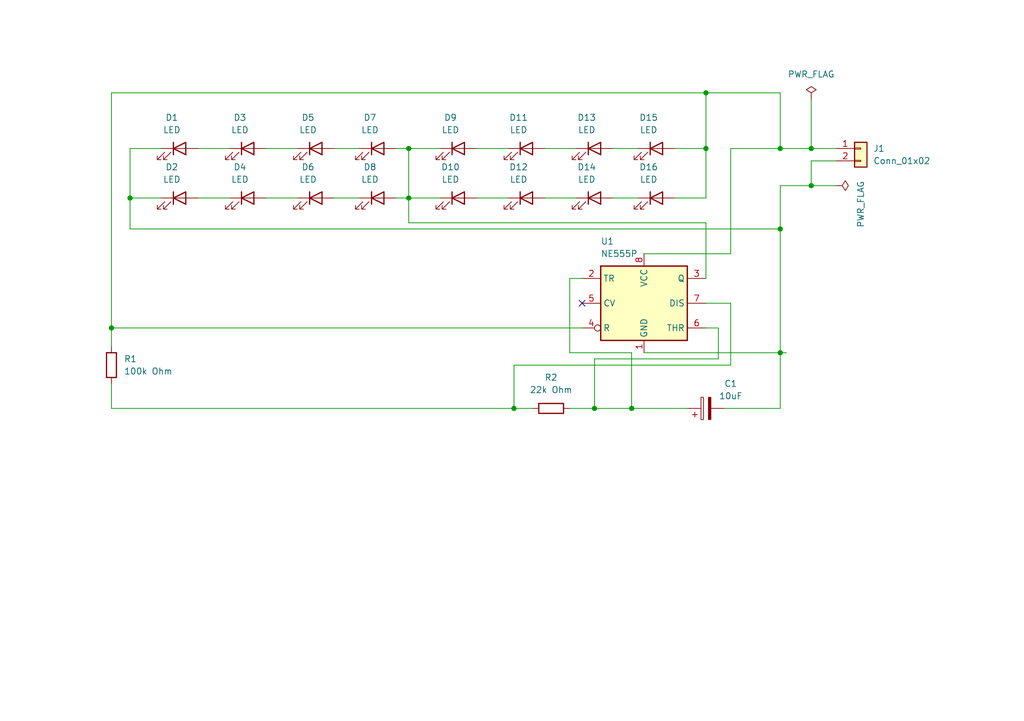
<source format=kicad_sch>
(kicad_sch (version 20230121) (generator eeschema)
  (paper "A5")
  (title_block (title "LED_Matrix") (date "2023-08-05") (rev "0.1.0") (company "DOSTI. Resource Center") (comment 2 "Esmaganbet D.A.") (comment 3 "Molganov A.A") (comment 4 "Molganov A.A"))
  (lib_symbols
    (symbol "Connector_Generic:Conn_01x02" (pin_names (offset 1.016) hide)
      (property "Reference" "J" (at 0 2.54 0))
      (property "Value" "Conn_01x02" (at 0 -5.08 0))
      (symbol "Conn_01x02_1_1"
        (rectangle (start -1.27 -2.413) (end 0 -2.667) (stroke (width 0.1524)))
        (rectangle (start -1.27 0.127) (end 0 -0.127) (stroke (width 0.1524)))
        (rectangle (start -1.27 1.27) (end 1.27 -3.81) (stroke (width 0.254)) (fill (type background)))
        (pin passive line (at -5.08 0 0) (length 3.81) (name "Pin_1") (number "1"))
        (pin passive line (at -5.08 -2.54 0) (length 3.81) (name "Pin_2") (number "2"))
      )
    )
    (symbol "Device:C_Polarized" (pin_numbers hide) (pin_names (offset 0.254))
      (property "Reference" "C" (at 0.635 2.54 0))
      (property "Value" "C_Polarized" (at 0.635 -2.54 0))
      (symbol "C_Polarized_0_1"
        (rectangle (start -2.286 0.508) (end 2.286 1.016))
        (polyline (pts (xy -1.778 2.286) (xy -0.762 2.286)))
        (polyline (pts (xy -1.27 2.794) (xy -1.27 1.778)))
        (rectangle (start 2.286 -0.508) (end -2.286 -1.016) (fill (type outline)))
      )
      (symbol "C_Polarized_1_1"
        (pin passive line (at 0 3.81 270) (length 2.794) (name "~") (number "1"))
        (pin passive line (at 0 -3.81 90) (length 2.794) (name "~") (number "2"))
      )
    )
    (symbol "Device:LED" (pin_numbers hide) (pin_names (offset 1.016) hide)
      (property "Reference" "D" (at 0 2.54 0))
      (property "Value" "LED" (at 0 -2.54 0))
      (symbol "LED_0_1"
        (polyline (pts (xy -1.27 -1.27) (xy -1.27 1.27)) (stroke (width 0.254)))
        (polyline (pts (xy -1.27 0) (xy 1.27 0)))
        (polyline (pts (xy 1.27 -1.27) (xy 1.27 1.27) (xy -1.27 0) (xy 1.27 -1.27)) (stroke (width 0.254)))
        (polyline (pts (xy -3.048 -0.762) (xy -4.572 -2.286) (xy -3.81 -2.286) (xy -4.572 -2.286) (xy -4.572 -1.524)))
        (polyline (pts (xy -1.778 -0.762) (xy -3.302 -2.286) (xy -2.54 -2.286) (xy -3.302 -2.286) (xy -3.302 -1.524)))
      )
      (symbol "LED_1_1"
        (pin passive line (at -3.81 0 0) (length 2.54) (name "K") (number "1"))
        (pin passive line (at 3.81 0 180) (length 2.54) (name "A") (number "2"))
      )
    )
    (symbol "Device:R" (pin_numbers hide) (pin_names (offset 0))
      (property "Reference" "R" (at 2.032 0 90))
      (property "Value" "R" (at 0 0 90))
      (symbol "R_0_1"
        (rectangle (start -1.016 -2.54) (end 1.016 2.54) (stroke (width 0.254)))
      )
      (symbol "R_1_1"
        (pin passive line (at 0 3.81 270) (length 1.27) (name "~") (number "1"))
        (pin passive line (at 0 -3.81 90) (length 1.27) (name "~") (number "2"))
      )
    )
    (symbol "Timer:NE555P"
      (property "Reference" "U" (at -10.16 8.89 0))
      (property "Value" "NE555P" (at 2.54 8.89 0))
      (symbol "NE555P_0_0"
        (pin power_in line (at 0 -10.16 90) (length 2.54) (name "GND") (number "1"))
        (pin power_in line (at 0 10.16 270) (length 2.54) (name "VCC") (number "8"))
      )
      (symbol "NE555P_0_1"
        (rectangle (start -8.89 -7.62) (end 8.89 7.62) (stroke (width 0.254)) (fill (type background)))
        (rectangle (start -8.89 -7.62) (end 8.89 7.62) (stroke (width 0.254)) (fill (type background)))
      )
      (symbol "NE555P_1_1"
        (pin input line (at -12.7 5.08 0) (length 3.81) (name "TR") (number "2"))
        (pin output line (at 12.7 5.08 180) (length 3.81) (name "Q") (number "3"))
        (pin input inverted (at -12.7 -5.08 0) (length 3.81) (name "R") (number "4"))
        (pin input line (at -12.7 0 0) (length 3.81) (name "CV") (number "5"))
        (pin input line (at 12.7 -5.08 180) (length 3.81) (name "THR") (number "6"))
        (pin input line (at 12.7 0 180) (length 3.81) (name "DIS") (number "7"))
      )
    )
    (symbol "power:PWR_FLAG" (power) (pin_numbers hide) (pin_names (offset 0) hide)
      (property "Value" "PWR_FLAG" (at 0 3.81 0))
      (symbol "PWR_FLAG_0_0"
        (pin power_out line (at 0 0 90) (length 0) (name "pwr") (number "1"))
      )
      (symbol "PWR_FLAG_0_1"
        (polyline (pts (xy 0 0) (xy 0 1.27) (xy -1.016 1.905) (xy 0 2.54) (xy 1.016 1.905) (xy 0 1.27)))
      )
    )
  )
  (junction (at 22.86 67.31))
  (junction (at 26.67 40.64))
  (junction (at 121.92 83.82))
  (junction (at 160.02 30.48))
  (junction (at 144.78 30.48))
  (junction (at 160.02 72.39))
  (junction (at 129.54 83.82))
  (junction (at 144.78 19.05))
  (junction (at 83.82 40.64))
  (junction (at 160.02 46.99))
  (junction (at 105.41 83.82))
  (junction (at 166.37 30.48))
  (junction (at 83.82 30.48))
  (junction (at 166.37 38.1))
  (no_connect (at 119.38 62.23))
  (wire (pts (xy 138.43 30.48) (xy 144.78 30.48)))
  (wire (pts (xy 121.92 83.82) (xy 129.54 83.82)))
  (wire (pts (xy 166.37 33.02) (xy 171.45 33.02)))
  (wire (pts (xy 116.84 83.82) (xy 121.92 83.82)))
  (wire (pts (xy 166.37 38.1) (xy 166.37 33.02)))
  (wire (pts (xy 26.67 30.48) (xy 33.02 30.48)))
  (wire (pts (xy 132.08 52.07) (xy 149.86 52.07)))
  (wire (pts (xy 22.86 19.05) (xy 144.78 19.05)))
  (wire (pts (xy 149.86 30.48) (xy 149.86 52.07)))
  (wire (pts (xy 144.78 57.15) (xy 144.78 45.72)))
  (wire (pts (xy 121.92 73.66) (xy 147.32 73.66)))
  (wire (pts (xy 26.67 46.99) (xy 26.67 40.64)))
  (wire (pts (xy 68.58 40.64) (xy 73.66 40.64)))
  (wire (pts (xy 148.59 83.82) (xy 160.02 83.82)))
  (wire (pts (xy 111.76 40.64) (xy 118.11 40.64)))
  (wire (pts (xy 166.37 20.32) (xy 166.37 30.48)))
  (wire (pts (xy 160.02 30.48) (xy 166.37 30.48)))
  (wire (pts (xy 22.86 83.82) (xy 105.41 83.82)))
  (wire (pts (xy 105.41 83.82) (xy 109.22 83.82)))
  (wire (pts (xy 147.32 67.31) (xy 144.78 67.31)))
  (wire (pts (xy 149.86 74.93) (xy 105.41 74.93)))
  (wire (pts (xy 160.02 72.39) (xy 161.29 72.39)))
  (wire (pts (xy 144.78 62.23) (xy 149.86 62.23)))
  (wire (pts (xy 149.86 30.48) (xy 160.02 30.48)))
  (wire (pts (xy 81.28 40.64) (xy 83.82 40.64)))
  (wire (pts (xy 129.54 72.39) (xy 129.54 83.82)))
  (wire (pts (xy 166.37 30.48) (xy 171.45 30.48)))
  (wire (pts (xy 26.67 40.64) (xy 26.67 30.48)))
  (wire (pts (xy 26.67 46.99) (xy 160.02 46.99)))
  (wire (pts (xy 166.37 38.1) (xy 171.45 38.1)))
  (wire (pts (xy 138.43 40.64) (xy 144.78 40.64)))
  (wire (pts (xy 54.61 40.64) (xy 60.96 40.64)))
  (wire (pts (xy 116.84 57.15) (xy 119.38 57.15)))
  (wire (pts (xy 144.78 19.05) (xy 144.78 30.48)))
  (wire (pts (xy 160.02 38.1) (xy 166.37 38.1)))
  (wire (pts (xy 160.02 46.99) (xy 160.02 72.39)))
  (wire (pts (xy 160.02 38.1) (xy 160.02 46.99)))
  (wire (pts (xy 22.86 67.31) (xy 119.38 67.31)))
  (wire (pts (xy 125.73 30.48) (xy 130.81 30.48)))
  (wire (pts (xy 144.78 45.72) (xy 83.82 45.72)))
  (wire (pts (xy 40.64 40.64) (xy 46.99 40.64)))
  (wire (pts (xy 83.82 30.48) (xy 90.17 30.48)))
  (wire (pts (xy 26.67 40.64) (xy 33.02 40.64)))
  (wire (pts (xy 22.86 67.31) (xy 22.86 71.12)))
  (wire (pts (xy 132.08 72.39) (xy 160.02 72.39)))
  (wire (pts (xy 149.86 62.23) (xy 149.86 74.93)))
  (wire (pts (xy 129.54 83.82) (xy 140.97 83.82)))
  (wire (pts (xy 68.58 30.48) (xy 73.66 30.48)))
  (wire (pts (xy 116.84 72.39) (xy 129.54 72.39)))
  (wire (pts (xy 97.79 40.64) (xy 104.14 40.64)))
  (wire (pts (xy 105.41 74.93) (xy 105.41 83.82)))
  (wire (pts (xy 40.64 30.48) (xy 46.99 30.48)))
  (wire (pts (xy 147.32 73.66) (xy 147.32 67.31)))
  (wire (pts (xy 144.78 30.48) (xy 144.78 40.64)))
  (wire (pts (xy 97.79 30.48) (xy 104.14 30.48)))
  (wire (pts (xy 83.82 45.72) (xy 83.82 40.64)))
  (wire (pts (xy 22.86 67.31) (xy 22.86 19.05)))
  (wire (pts (xy 22.86 83.82) (xy 22.86 78.74)))
  (wire (pts (xy 111.76 30.48) (xy 118.11 30.48)))
  (wire (pts (xy 81.28 30.48) (xy 83.82 30.48)))
  (wire (pts (xy 83.82 40.64) (xy 90.17 40.64)))
  (wire (pts (xy 160.02 72.39) (xy 160.02 83.82)))
  (wire (pts (xy 83.82 40.64) (xy 83.82 30.48)))
  (wire (pts (xy 144.78 19.05) (xy 160.02 19.05)))
  (wire (pts (xy 116.84 57.15) (xy 116.84 72.39)))
  (wire (pts (xy 121.92 73.66) (xy 121.92 83.82)))
  (wire (pts (xy 125.73 40.64) (xy 130.81 40.64)))
  (wire (pts (xy 160.02 19.05) (xy 160.02 30.48)))
  (wire (pts (xy 54.61 30.48) (xy 60.96 30.48)))
  (symbol (lib_id "Device:LED") (at 50.8 30.48 0) (unit 1)
    (property "Reference" "D3" (at 49.2125 24.13 0))
    (property "Value" "LED" (at 49.2125 26.67 0))
    (property "Footprint" "LED_SMD:LED_0805_2012Metric" (effects hide))
  )
  (symbol (lib_id "Device:R") (at 113.03 83.82 90) (unit 1)
    (property "Reference" "R2" (at 113.03 77.47 90))
    (property "Value" "22k Ohm" (at 113.03 80.01 90))
    (property "Footprint" "Resistor_THT:R_Axial_DIN0309_L9.0mm_D3.2mm_P12.70mm_Horizontal" (effects hide))
  )
  (symbol (lib_id "Device:LED") (at 121.92 40.64 0) (unit 1)
    (property "Reference" "D14" (at 120.3325 34.29 0))
    (property "Value" "LED" (at 120.3325 36.83 0))
    (property "Footprint" "LED_SMD:LED_0805_2012Metric" (effects hide))
  )
  (symbol (lib_id "Device:LED") (at 36.83 40.64 0) (unit 1)
    (property "Reference" "D2" (at 35.2425 34.29 0))
    (property "Value" "LED" (at 35.2425 36.83 0))
    (property "Footprint" "LED_SMD:LED_0805_2012Metric" (effects hide))
  )
  (symbol (lib_id "Device:LED") (at 50.8 40.64 0) (unit 1)
    (property "Reference" "D4" (at 49.2125 34.29 0))
    (property "Value" "LED" (at 49.2125 36.83 0))
    (property "Footprint" "LED_SMD:LED_0805_2012Metric" (effects hide))
  )
  (symbol (lib_id "Device:LED") (at 134.62 30.48 0) (unit 1)
    (property "Reference" "D15" (at 133.0325 24.13 0))
    (property "Value" "LED" (at 133.0325 26.67 0))
    (property "Footprint" "LED_SMD:LED_0805_2012Metric" (effects hide))
  )
  (symbol (lib_id "Device:LED") (at 77.47 40.64 0) (unit 1)
    (property "Reference" "D8" (at 75.8825 34.29 0))
    (property "Value" "LED" (at 75.8825 36.83 0))
    (property "Footprint" "LED_SMD:LED_0805_2012Metric" (effects hide))
  )
  (symbol (lib_id "Device:LED") (at 134.62 40.64 0) (unit 1)
    (property "Reference" "D16" (at 133.0325 34.29 0))
    (property "Value" "LED" (at 133.0325 36.83 0))
    (property "Footprint" "LED_SMD:LED_0805_2012Metric" (effects hide))
  )
  (symbol (lib_id "Timer:NE555P") (at 132.08 62.23 0) (unit 1)
    (property "Reference" "U1" (at 123.19 49.53 0) (effects (justify left)))
    (property "Value" "NE555P" (at 123.19 52.07 0) (effects (justify left)))
    (property "Footprint" "Package_DIP:DIP-8_W7.62mm" (effects hide))
    (property "Datasheet" "http://www.ti.com/lit/ds/symlink/ne555.pdf" (effects hide))
  )
  (symbol (lib_id "Device:LED") (at 77.47 30.48 0) (unit 1)
    (property "Reference" "D7" (at 75.8825 24.13 0))
    (property "Value" "LED" (at 75.8825 26.67 0))
    (property "Footprint" "LED_SMD:LED_0805_2012Metric" (effects hide))
  )
  (symbol (lib_id "Device:LED") (at 107.95 40.64 0) (unit 1)
    (property "Reference" "D12" (at 106.3625 34.29 0))
    (property "Value" "LED" (at 106.3625 36.83 0))
    (property "Footprint" "LED_SMD:LED_0805_2012Metric" (effects hide))
  )
  (symbol (lib_id "Device:C_Polarized") (at 144.78 83.82 90) (unit 1)
    (property "Reference" "C1" (at 149.86 78.74 90))
    (property "Value" "10uF" (at 149.86 81.28 90))
    (property "Footprint" "Capacitor_THT:CP_Radial_D4.0mm_P2.00mm" (effects hide))
  )
  (symbol (lib_id "power:PWR_FLAG") (at 166.37 20.32 0) (unit 1)
    (property "Reference" "#FLG01" (effects hide))
    (property "Value" "PWR_FLAG" (at 166.37 15.24 0))
  )
  (symbol (lib_id "Device:R") (at 22.86 74.93 0) (unit 1)
    (property "Reference" "R1" (at 25.4 73.6599 0) (effects (justify left)))
    (property "Value" "100k Ohm" (at 25.4 76.1999 0) (effects (justify left)))
    (property "Footprint" "Resistor_THT:R_Axial_DIN0309_L9.0mm_D3.2mm_P12.70mm_Horizontal" (effects hide))
  )
  (symbol (lib_id "power:PWR_FLAG") (at 171.45 38.1 270) (unit 1)
    (property "Reference" "#FLG02" (effects hide))
    (property "Value" "PWR_FLAG" (at 176.53 41.91 0))
  )
  (symbol (lib_id "Connector_Generic:Conn_01x02") (at 176.53 30.48 0) (unit 1)
    (property "Reference" "J1" (at 179.07 30.4799 0) (effects (justify left)))
    (property "Value" "Conn_01x02" (at 179.07 33.0199 0) (effects (justify left)))
    (property "Footprint" "Connector_PinHeader_2.54mm:PinHeader_1x02_P2.54mm_Horizontal" (effects hide))
  )
  (symbol (lib_id "Device:LED") (at 36.83 30.48 0) (unit 1)
    (property "Reference" "D1" (at 35.2425 24.13 0))
    (property "Value" "LED" (at 35.2425 26.67 0))
    (property "Footprint" "LED_SMD:LED_0805_2012Metric" (effects hide))
  )
  (symbol (lib_id "Device:LED") (at 121.92 30.48 0) (unit 1)
    (property "Reference" "D13" (at 120.3325 24.13 0))
    (property "Value" "LED" (at 120.3325 26.67 0))
    (property "Footprint" "LED_SMD:LED_0805_2012Metric" (effects hide))
  )
  (symbol (lib_id "Device:LED") (at 64.77 30.48 0) (unit 1)
    (property "Reference" "D5" (at 63.1825 24.13 0))
    (property "Value" "LED" (at 63.1825 26.67 0))
    (property "Footprint" "LED_SMD:LED_0805_2012Metric" (effects hide))
  )
  (symbol (lib_id "Device:LED") (at 64.77 40.64 0) (unit 1)
    (property "Reference" "D6" (at 63.1825 34.29 0))
    (property "Value" "LED" (at 63.1825 36.83 0))
    (property "Footprint" "LED_SMD:LED_0805_2012Metric" (effects hide))
  )
  (symbol (lib_id "Device:LED") (at 107.95 30.48 0) (unit 1)
    (property "Reference" "D11" (at 106.3625 24.13 0))
    (property "Value" "LED" (at 106.3625 26.67 0))
    (property "Footprint" "LED_SMD:LED_0805_2012Metric" (effects hide))
  )
  (symbol (lib_id "Device:LED") (at 93.98 30.48 0) (unit 1)
    (property "Reference" "D9" (at 92.3925 24.13 0))
    (property "Value" "LED" (at 92.3925 26.67 0))
    (property "Footprint" "LED_SMD:LED_0805_2012Metric" (effects hide))
  )
  (symbol (lib_id "Device:LED") (at 93.98 40.64 0) (unit 1)
    (property "Reference" "D10" (at 92.3925 34.29 0))
    (property "Value" "LED" (at 92.3925 36.83 0))
    (property "Footprint" "LED_SMD:LED_0805_2012Metric" (effects hide))
  )
)
</source>
